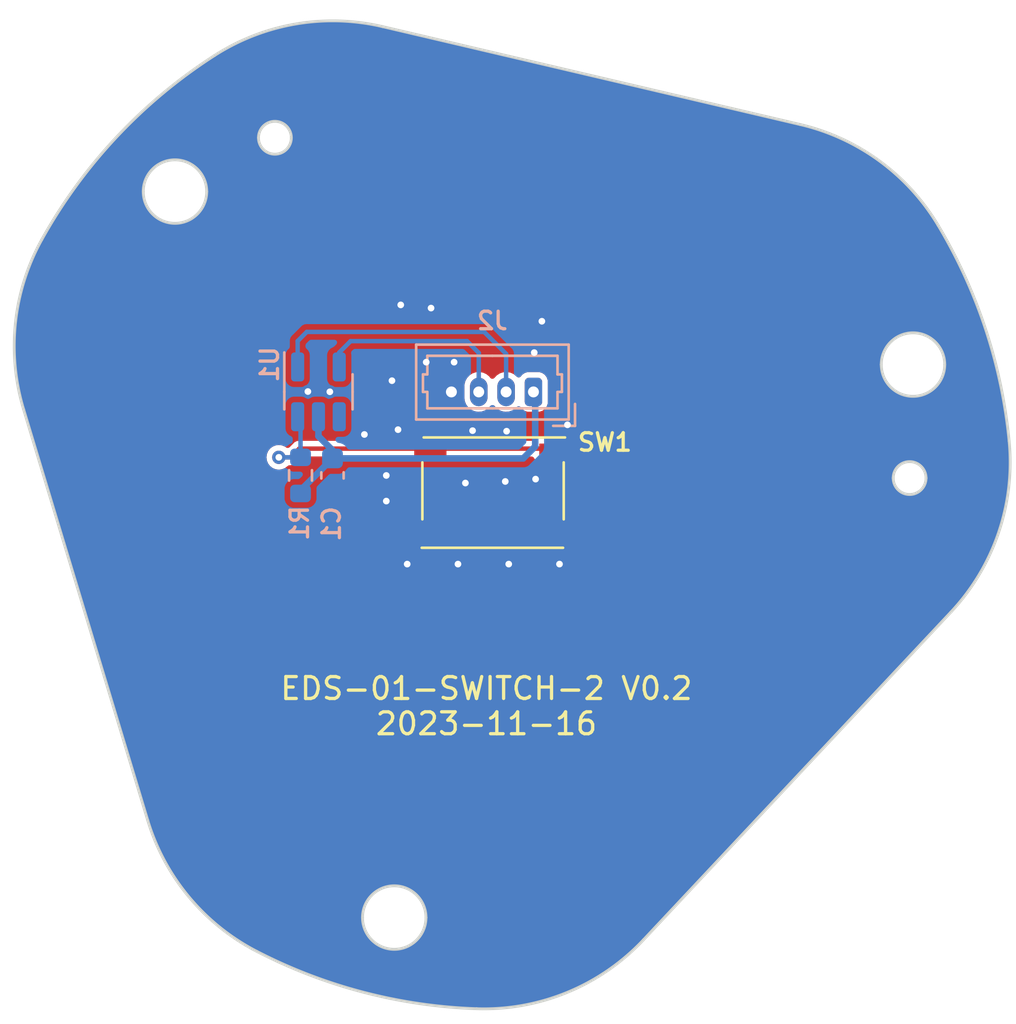
<source format=kicad_pcb>
(kicad_pcb (version 20240108) (generator "pcbnew") (generator_version "8.0")
  (title_block (title "EDS-01-Switch-2") (date "2023-11-16") (rev "V0.2") (company "Ovobot") (comment 1 "EDS-01-Switch-2,44.5x45x1.6mm ,FR4,2层,绿油白字,无铅喷锡"))
  (layers (0 "F.Cu" signal) (31 "B.Cu" signal) (34 "B.Paste" user) (35 "F.Paste" user) (36 "B.SilkS" user "B.Silkscreen") (37 "F.SilkS" user "F.Silkscreen") (38 "B.Mask" user) (39 "F.Mask" user) (44 "Edge.Cuts" user))
  (net 0 "")
  (net 1 "+3.3V")
  (net 2 "/POWER_ON")
  (net 3 "/TSD_DATA")
  (net 5 "GND")
  (net 6 "/START")
  (footprint "Ovo_Button_Switch_SMD:SW_Push_1P1T_NO_5.7x3.7mm_Hmm" (layer "F.Cu") (at 158.261 106.641)
    (property "Reference" "SW1" (at 4 -2.588 0) (layer "F.SilkS") (effects (font (size 0.8 0.8))))
    (property "Value" "5.7x3.7_Hmm")
    (fp_line (start -4.37 2.23) (end 2.09 2.23) (stroke (width 0.12)) (layer "F.SilkS"))
    (fp_line (start -4.34 -1.67) (end -4.34 0.93) (stroke (width 0.12)) (layer "F.SilkS"))
    (fp_line (start -4.28 -2.81) (end 2.18 -2.81) (stroke (width 0.12)) (layer "F.SilkS"))
    (fp_line (start 2.12 -1.67) (end 2.12 0.93) (stroke (width 0.12)) (layer "F.SilkS"))
    (pad "1" smd rect (at -3.975 -2.25) (size 1.4732 0.5588) (layers "F.Cu" "F.Paste" "F.Mask") (net 6 "/START"))
    (pad "1" smd rect (at 1.74 -2.25) (size 1.4732 0.5588) (layers "F.Cu" "F.Paste" "F.Mask") (net 6 "/START"))
    (pad "2" smd rect (at -3.975 1.4838) (size 1.4732 0.5588) (layers "F.Cu" "F.Paste" "F.Mask") (net 5 "GND"))
    (pad "2" smd rect (at 1.74 1.4838) (size 1.4732 0.5588) (layers "F.Cu" "F.Paste" "F.Mask") (net 5 "GND"))
  )
  (footprint "Package_TO_SOT_SMD:SOT-23-6" (layer "B.Cu") (at 149.172 101.748 -90)
    (property "Reference" "U1" (at -1.251976 2.233578 90) (layer "B.SilkS") (effects (font (size 0.8 0.8)) (justify mirror)))
    (property "Value" "PMS150C-U06(0x2B191B)")
    (fp_line (start 0 1.56) (end -1.8 1.56) (stroke (width 0.12)) (layer "B.SilkS"))
    (fp_line (start 0 1.56) (end 0.8 1.56) (stroke (width 0.12)) (layer "B.SilkS"))
    (fp_line (start 0 -1.56) (end -0.8 -1.56) (stroke (width 0.12)) (layer "B.SilkS"))
    (fp_line (start 0 -1.56) (end 0.8 -1.56) (stroke (width 0.12)) (layer "B.SilkS"))
    (pad "1" smd roundrect (at -1.1375 0.95 270) (size 1.325 0.6) (layers "B.Cu" "B.Paste" "B.Mask") (net 2 "/POWER_ON"))
    (pad "2" smd roundrect (at -1.1375 0 270) (size 1.325 0.6) (layers "B.Cu" "B.Paste" "B.Mask") (net 5 "GND"))
    (pad "3" smd roundrect (at -1.1375 -0.95 270) (size 1.325 0.6) (layers "B.Cu" "B.Paste" "B.Mask") (net 3 "/TSD_DATA"))
    (pad "4" smd roundrect (at 1.1375 -0.95 270) (size 1.325 0.6) (layers "B.Cu" "B.Paste" "B.Mask"))
    (pad "5" smd roundrect (at 1.1375 0 270) (size 1.325 0.6) (layers "B.Cu" "B.Paste" "B.Mask") (net 1 "+3.3V"))
    (pad "6" smd roundrect (at 1.1375 0.95 270) (size 1.325 0.6) (layers "B.Cu" "B.Paste" "B.Mask") (net 6 "/START"))
  )
  (footprint "Resistor_SMD:R_0603_1608Metric" (layer "B.Cu") (at 148.353578 105.564476 90)
    (property "Reference" "R1" (at -2.180524 -0.043578 90) (layer "B.SilkS") (effects (font (size 0.8 0.8)) (justify mirror)))
    (property "Value" "10K/1%")
    (fp_line (start -0.237258 -0.5225) (end 0.237258 -0.5225) (stroke (width 0.12)) (layer "B.SilkS"))
    (fp_line (start -0.237258 0.5225) (end 0.237258 0.5225) (stroke (width 0.12)) (layer "B.SilkS"))
    (pad "1" smd roundrect (at -0.825 0 90) (size 0.8 0.95) (layers "B.Cu" "B.Paste" "B.Mask") (net 1 "+3.3V"))
    (pad "2" smd roundrect (at 0.825 0 90) (size 0.8 0.95) (layers "B.Cu" "B.Paste" "B.Mask") (net 6 "/START"))
  )
  (footprint "Connector_Molex:Molex_PicoBlade_53047-0410_1x04_P1.25mm_Vertical" (layer "B.Cu") (at 158.998 101.752 180)
    (property "Reference" "J2" (at 1.88 3.25 0) (layer "B.SilkS") (effects (font (size 0.8 0.8)) (justify mirror)))
    (property "Value" "SH1.25MM/4A")
    (fp_line (start 5.36 2.16) (end -1.61 2.16) (stroke (width 0.12)) (layer "B.SilkS"))
    (fp_line (start 5.36 -1.26) (end 5.36 2.16) (stroke (width 0.12)) (layer "B.SilkS"))
    (fp_line (start 5.05 0.8) (end 4.85 0.8) (stroke (width 0.12)) (layer "B.SilkS"))
    (fp_line (start 5.05 0) (end 5.05 0.8) (stroke (width 0.12)) (layer "B.SilkS"))
    (fp_line (start 4.85 1.65) (end 1.875 1.65) (stroke (width 0.12)) (layer "B.SilkS"))
    (fp_line (start 4.85 0.8) (end 4.85 1.65) (stroke (width 0.12)) (layer "B.SilkS"))
    (fp_line (start 4.85 0) (end 5.05 0) (stroke (width 0.12)) (layer "B.SilkS"))
    (fp_line (start 4.85 -0.75) (end 4.85 0) (stroke (width 0.12)) (layer "B.SilkS"))
    (fp_line (start 1.875 -0.75) (end 4.85 -0.75) (stroke (width 0.12)) (layer "B.SilkS"))
    (fp_line (start 1.875 -0.75) (end -1.1 -0.75) (stroke (width 0.12)) (layer "B.SilkS"))
    (fp_line (start -1.1 1.65) (end 1.875 1.65) (stroke (width 0.12)) (layer "B.SilkS"))
    (fp_line (start -1.1 0.8) (end -1.1 1.65) (stroke (width 0.12)) (layer "B.SilkS"))
    (fp_line (start -1.1 0) (end -1.3 0) (stroke (width 0.12)) (layer "B.SilkS"))
    (fp_line (start -1.1 -0.75) (end -1.1 0) (stroke (width 0.12)) (layer "B.SilkS"))
    (fp_line (start -1.3 0.8) (end -1.1 0.8) (stroke (width 0.12)) (layer "B.SilkS"))
    (fp_line (start -1.3 0) (end -1.3 0.8) (stroke (width 0.12)) (layer "B.SilkS"))
    (fp_line (start -1.61 2.16) (end -1.61 -1.26) (stroke (width 0.12)) (layer "B.SilkS"))
    (fp_line (start -1.61 -1.26) (end 5.36 -1.26) (stroke (width 0.12)) (layer "B.SilkS"))
    (fp_line (start -1.9 -1.55) (end -0.9 -1.55) (stroke (width 0.12)) (layer "B.SilkS"))
    (fp_line (start -1.9 -1.55) (end -1.9 -0.55) (stroke (width 0.12)) (layer "B.SilkS"))
    (pad "1" thru_hole roundrect (at 0 0 180) (size 0.8 1.3) (drill 0.5) (layers "*.Cu" "*.Mask") (net 1 "+3.3V"))
    (pad "2" thru_hole oval (at 1.25 0 180) (size 0.8 1.3) (drill 0.5) (layers "*.Cu" "*.Mask") (net 2 "/POWER_ON"))
    (pad "3" thru_hole oval (at 2.5 0 180) (size 0.8 1.3) (drill 0.5) (layers "*.Cu" "*.Mask") (net 3 "/TSD_DATA"))
    (pad "4" thru_hole oval (at 3.75 0 180) (size 0.8 1.3) (drill 0.5) (layers "*.Cu" "*.Mask") (net 5 "GND"))
  )
  (footprint "Capacitor_SMD:C_0603_1608Metric" (layer "B.Cu") (at 149.813578 105.564476 -90)
    (property "Reference" "C1" (at 2.214524 0.047578 90) (layer "B.SilkS") (effects (font (size 0.8 0.8)) (justify mirror)))
    (property "Value" "0.1uF")
    (fp_line (start -0.14058 0.51) (end 0.14058 0.51) (stroke (width 0.12)) (layer "B.SilkS"))
    (fp_line (start -0.14058 -0.51) (end 0.14058 -0.51) (stroke (width 0.12)) (layer "B.SilkS"))
    (pad "1" smd roundrect (at -0.775 0 270) (size 0.9 0.95) (layers "B.Cu" "B.Paste" "B.Mask") (net 1 "+3.3V"))
    (pad "2" smd roundrect (at 0.775 0 270) (size 0.9 0.95) (layers "B.Cu" "B.Paste" "B.Mask") (net 5 "GND"))
  )
  (gr_arc (start 146.431958 90.142766) (mid 147.181958 89.392766) (end 147.931958 90.142766) (stroke (width 0.13)) (layer "Edge.Cuts"))
  (gr_line (start 171.189493 89.537997) (end 152.10297 85.066459) (stroke (width 0.13)) (layer "Edge.Cuts"))
  (gr_arc (start 146.354895 127.305863) (mid 143.252791 124.814937) (end 141.367374 121.311658) (stroke (width 0.13)) (layer "Edge.Cuts"))
  (gr_arc (start 177.487399 94.136066) (mid 179.659652 98.88489) (end 180.73679 103.994663) (stroke (width 0.13)) (layer "Edge.Cuts"))
  (gr_arc (start 151.186238 125.760907) (mid 152.636238 124.310907) (end 154.086238 125.760907) (stroke (width 0.13)) (layer "Edge.Cuts"))
  (gr_arc (start 144.418076 86.388676) (mid 148.126333 84.947639) (end 152.10297 85.066459) (stroke (width 0.13)) (layer "Edge.Cuts"))
  (gr_arc (start 147.931958 90.142766) (mid 147.181958 90.892766) (end 146.431958 90.142766) (stroke (width 0.13)) (layer "Edge.Cuts"))
  (gr_line (start 135.696578 102.546476) (end 141.367374 121.311658) (stroke (width 0.13)) (layer "Edge.Cuts"))
  (gr_arc (start 156.399415 129.924663) (mid 151.231704 129.173147) (end 146.354895 127.305863) (stroke (width 0.13)) (layer "Edge.Cuts"))
  (gr_arc (start 175.438731 105.686482) (mid 176.188731 104.936482) (end 176.938731 105.686482) (stroke (width 0.13)) (layer "Edge.Cuts"))
  (gr_arc (start 154.086238 125.760907) (mid 152.636238 127.210907) (end 151.186238 125.760907) (stroke (width 0.13)) (layer "Edge.Cuts"))
  (gr_arc (start 180.73679 103.994663) (mid 180.249847 108.188755) (end 178.075365 111.808029) (stroke (width 0.13)) (layer "Edge.Cuts"))
  (gr_arc (start 144.065376 92.600957) (mid 142.615376 94.050957) (end 141.165376 92.600957) (stroke (width 0.13)) (layer "Edge.Cuts"))
  (gr_arc (start 174.893166 100.502611) (mid 176.343166 99.052611) (end 177.793166 100.502611) (stroke (width 0.13)) (layer "Edge.Cuts"))
  (gr_arc (start 141.165376 92.600957) (mid 142.615376 91.150957) (end 144.065376 92.600957) (stroke (width 0.13)) (layer "Edge.Cuts"))
  (gr_arc (start 164.028635 126.77397) (mid 160.55427 129.1732) (end 156.399415 129.924663) (stroke (width 0.13)) (layer "Edge.Cuts"))
  (gr_arc (start 177.793166 100.502611) (mid 176.343166 101.952611) (end 174.893166 100.502611) (stroke (width 0.13)) (layer "Edge.Cuts"))
  (gr_arc (start 176.938731 105.686482) (mid 176.188731 106.436482) (end 175.438731 105.686482) (stroke (width 0.13)) (layer "Edge.Cuts"))
  (gr_arc (start 171.189493 89.537997) (mid 174.805097 91.197867) (end 177.487399 94.136066) (stroke (width 0.13)) (layer "Edge.Cuts"))
  (gr_arc (start 135.696578 102.546476) (mid 135.326266 98.585336) (end 136.52967 94.793294) (stroke (width 0.13)) (layer "Edge.Cuts"))
  (gr_line (start 164.028635 126.77397) (end 178.075365 111.808029) (stroke (width 0.13)) (layer "Edge.Cuts"))
  (gr_arc (start 136.52967 94.793294) (mid 139.953999 90.103042) (end 144.418076 86.388676) (stroke (width 0.13)) (layer "Edge.Cuts"))
  (gr_text "EDS-01-SWITCH-2 V0.2\n2023-11-16" (at 156.848 116.103 0) (layer "F.SilkS") (effects (font (size 1 1))))
  (segment (start 148.353578 106.389476) (end 148.353578 106.249476) (width 0.3) (layer "B.Cu") (net 1))
  (segment (start 149.813578 104.789476) (end 158.530524 104.789476) (width 0.3) (layer "B.Cu") (net 1))
  (segment (start 158.530524 104.789476) (end 159.078 104.242) (width 0.3) (layer "B.Cu") (net 1))
  (segment (start 149.172 103.775) (end 149.813578 104.416578) (width 0.3) (layer "B.Cu") (net 1))
  (segment (start 149.172 102.8855) (end 149.172 103.775) (width 0.3) (layer "B.Cu") (net 1))
  (segment (start 148.353578 106.249476) (end 149.813578 104.789476) (width 0.3) (layer "B.Cu") (net 1))
  (segment (start 159.078 104.242) (end 159.078 101.832) (width 0.3) (layer "B.Cu") (net 1))
  (segment (start 149.813578 104.416578) (end 149.813578 104.789476) (width 0.3) (layer "B.Cu") (net 1))
  (segment (start 148.222 100.6105) (end 148.222 99.428) (width 0.2032) (layer "B.Cu") (net 2))
  (segment (start 148.222 99.428) (end 148.638 99.012) (width 0.2032) (layer "B.Cu") (net 2))
  (segment (start 157.748 100.014) (end 157.748 101.752) (width 0.2032) (layer "B.Cu") (net 2))
  (segment (start 148.638 99.012) (end 156.746 99.012) (width 0.2032) (layer "B.Cu") (net 2))
  (segment (start 156.746 99.012) (end 157.748 100.014) (width 0.2032) (layer "B.Cu") (net 2))
  (segment (start 150.642 99.432) (end 155.963 99.432) (width 0.2032) (layer "B.Cu") (net 3))
  (segment (start 150.122 99.952) (end 150.642 99.432) (width 0.2032) (layer "B.Cu") (net 3))
  (segment (start 156.498 99.967) (end 156.498 101.752) (width 0.2032) (layer "B.Cu") (net 3))
  (segment (start 150.122 100.6105) (end 150.122 99.952) (width 0.2032) (layer "B.Cu") (net 3))
  (segment (start 155.963 99.432) (end 156.498 99.967) (width 0.2032) (layer "B.Cu") (net 3))
  (via (at 148.689 101.735) (size 0.6096) (drill 0.3048) (layers "F.Cu" "B.Cu") (net 5))
  (via (at 152.273 106.738) (size 0.6096) (drill 0.3048) (layers "F.Cu" "B.Cu") (net 5))
  (via (at 154.097 100.393) (size 0.6096) (drill 0.3048) (layers "F.Cu" "B.Cu") (net 5))
  (via (at 157.868 109.616) (size 0.6096) (drill 0.3048) (layers "F.Cu" "B.Cu") (net 5))
  (via (at 152.273 105.568) (size 0.6096) (drill 0.3048) (layers "F.Cu" "B.Cu") (net 5))
  (via (at 155.888 105.914) (size 0.6096) (drill 0.3048) (layers "F.Cu" "B.Cu") (net 5))
  (via (at 159.383 98.524) (size 0.6096) (drill 0.3048) (layers "F.Cu" "B.Cu") (net 5))
  (via (at 157.771 103.546) (size 0.6096) (drill 0.3048) (layers "F.Cu" "B.Cu") (net 5))
  (via (at 160.552 103.254) (size 0.6096) (drill 0.3048) (layers "F.Cu" "B.Cu") (net 5))
  (via (at 153.228 109.616) (size 0.6096) (drill 0.3048) (layers "F.Cu" "B.Cu") (net 5))
  (via (at 152.809 103.476) (size 0.6096) (drill 0.3048) (layers "F.Cu" "B.Cu") (net 5))
  (via (at 157.71 105.842) (size 0.6096) (drill 0.3048) (layers "F.Cu" "B.Cu") (net 5))
  (via (at 152.933 97.777) (size 0.6096) (drill 0.3048) (layers "F.Cu" "B.Cu") (net 5))
  (via (at 152.532 101.239) (size 0.6096) (drill 0.3048) (layers "F.Cu" "B.Cu") (net 5))
  (via (at 159.034 99.956) (size 0.6096) (drill 0.3048) (layers "F.Cu" "B.Cu") (net 5))
  (via (at 151.272 103.696) (size 0.6096) (drill 0.3048) (layers "F.Cu" "B.Cu") (net 5))
  (via (at 159.096 105.735) (size 0.6096) (drill 0.3048) (layers "F.Cu" "B.Cu") (net 5))
  (via (at 149.693 101.746) (size 0.6096) (drill 0.3048) (layers "F.Cu" "B.Cu") (net 5))
  (via (at 156.216 103.521) (size 0.6096) (drill 0.3048) (layers "F.Cu" "B.Cu") (net 5))
  (via (at 154.318 97.923) (size 0.6096) (drill 0.3048) (layers "F.Cu" "B.Cu") (net 5))
  (via (at 160.188 109.616) (size 0.6096) (drill 0.3048) (layers "F.Cu" "B.Cu") (net 5))
  (via (at 155.372 100.393) (size 0.6096) (drill 0.3048) (layers "F.Cu" "B.Cu") (net 5))
  (via (at 155.548 109.616) (size 0.6096) (drill 0.3048) (layers "F.Cu" "B.Cu") (net 5))
  (segment (start 147.362 104.741) (end 147.896 104.741) (width 0.2032) (layer "F.Cu") (net 6))
  (segment (start 148.294 104.343) (end 159.953 104.343) (width 0.2032) (layer "F.Cu") (net 6))
  (segment (start 147.896 104.741) (end 148.294 104.343) (width 0.2032) (layer "F.Cu") (net 6))
  (segment (start 147.360476 104.739476) (end 147.362 104.741) (width 0.2032) (layer "F.Cu") (net 6))
  (via (at 147.360476 104.739476) (size 0.6096) (drill 0.3048) (layers "F.Cu" "B.Cu") (net 6))
  (segment (start 147.360476 104.739476) (end 148.353578 104.739476) (width 0.2032) (layer "B.Cu") (net 6))
  (segment (start 148.353578 103.017078) (end 148.353578 104.739476) (width 0.2032) (layer "B.Cu") (net 6))
  (zone (net 5) (net_name "GND") (layers "F&B.Cu") (connect_pads yes (clearance 0.254)) (min_thickness 0.25) (fill yes (thermal_gap 0.5) (thermal_bridge_width 0.5))
    (polygon (pts (xy 134.619 130.623) (xy 180.94 130.623) (xy 181.071 130.492) (xy 181.071 83.907) (xy 181.015 83.851) (xy 134.627 83.851) (xy 134.619 83.859)))
  )
)
</source>
